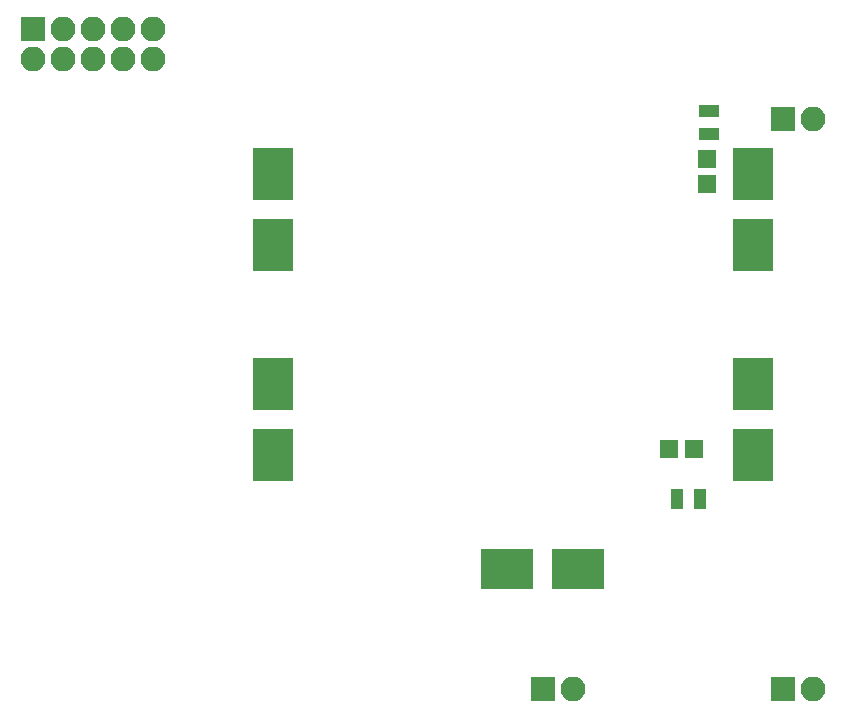
<source format=gbr>
G04 #@! TF.GenerationSoftware,KiCad,Pcbnew,(5.0.0-rc2-dev-26-g0d794b2)*
G04 #@! TF.CreationDate,2018-07-01T21:26:53-07:00*
G04 #@! TF.ProjectId,FlightControlUnitBoard,466C69676874436F6E74726F6C556E69,rev?*
G04 #@! TF.SameCoordinates,Original*
G04 #@! TF.FileFunction,Soldermask,Top*
G04 #@! TF.FilePolarity,Negative*
%FSLAX46Y46*%
G04 Gerber Fmt 4.6, Leading zero omitted, Abs format (unit mm)*
G04 Created by KiCad (PCBNEW (5.0.0-rc2-dev-26-g0d794b2)) date Sunday, July 01, 2018 at 09:26:53 PM*
%MOMM*%
%LPD*%
G01*
G04 APERTURE LIST*
%ADD10R,1.598880X1.598880*%
%ADD11R,1.100000X1.700000*%
%ADD12R,1.700000X1.100000*%
%ADD13R,4.400000X3.400000*%
%ADD14R,3.400000X4.400000*%
%ADD15R,2.100000X2.100000*%
%ADD16O,2.100000X2.100000*%
G04 APERTURE END LIST*
D10*
X198249020Y-101525000D03*
X196150980Y-101525000D03*
D11*
X196825000Y-105775000D03*
X198725000Y-105775000D03*
D10*
X199350000Y-77025980D03*
X199350000Y-79124020D03*
D12*
X199500000Y-74875000D03*
X199500000Y-72975000D03*
D13*
X182420000Y-111760000D03*
X188420000Y-111760000D03*
D14*
X162560000Y-84280000D03*
X162560000Y-78280000D03*
X162560000Y-102060000D03*
X162560000Y-96060000D03*
X203200000Y-84280000D03*
X203200000Y-78280000D03*
X203200000Y-102060000D03*
X203200000Y-96060000D03*
D15*
X142240000Y-66040000D03*
D16*
X142240000Y-68580000D03*
X144780000Y-66040000D03*
X144780000Y-68580000D03*
X147320000Y-66040000D03*
X147320000Y-68580000D03*
X149860000Y-66040000D03*
X149860000Y-68580000D03*
X152400000Y-66040000D03*
X152400000Y-68580000D03*
D15*
X185420000Y-121920000D03*
D16*
X187960000Y-121920000D03*
D15*
X205740000Y-121920000D03*
D16*
X208280000Y-121920000D03*
D15*
X205740000Y-73660000D03*
D16*
X208280000Y-73660000D03*
M02*

</source>
